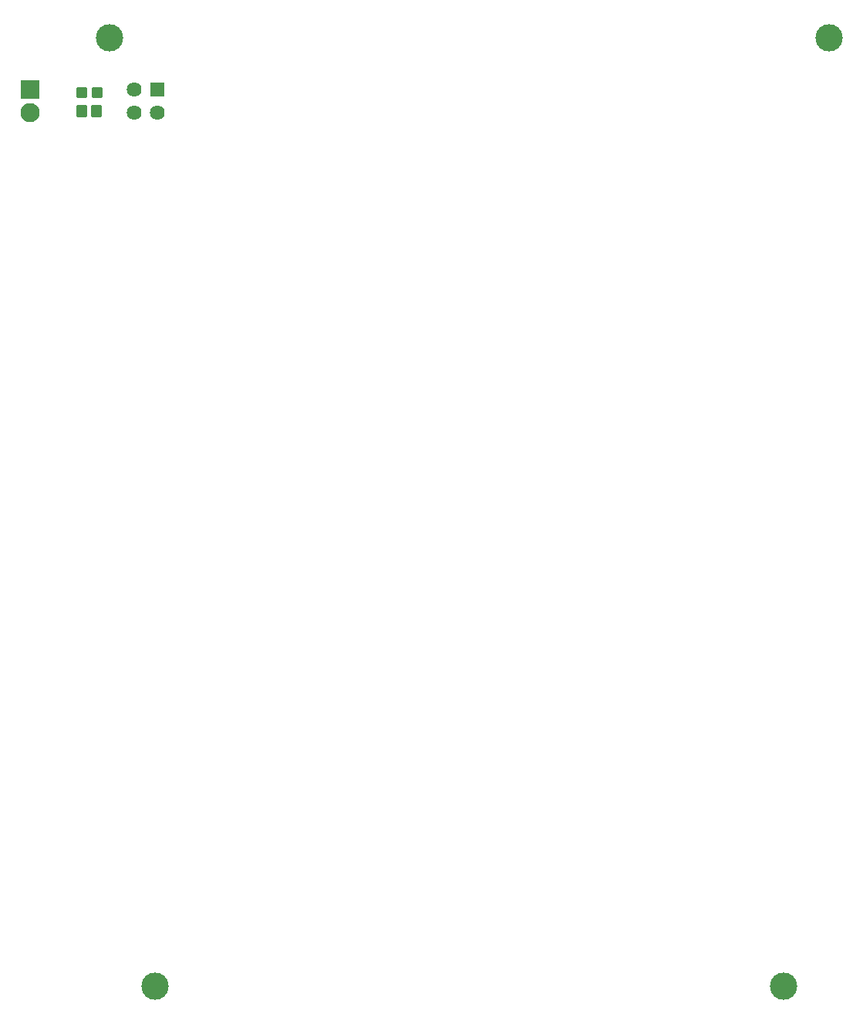
<source format=gts>
G04 Layer: TopSolderMaskLayer*
G04 EasyEDA v6.5.29, 2023-07-09 11:22:14*
G04 5cd97f88b86b4258a1a04743607231bc,5a6b42c53f6a479593ecc07194224c93,10*
G04 Gerber Generator version 0.2*
G04 Scale: 100 percent, Rotated: No, Reflected: No *
G04 Dimensions in millimeters *
G04 leading zeros omitted , absolute positions ,4 integer and 5 decimal *
%FSLAX45Y45*%
%MOMM*%

%AMMACRO1*1,1,$1,$2,$3*1,1,$1,$4,$5*1,1,$1,0-$2,0-$3*1,1,$1,0-$4,0-$5*20,1,$1,$2,$3,$4,$5,0*20,1,$1,$4,$5,0-$2,0-$3,0*20,1,$1,0-$2,0-$3,0-$4,0-$5,0*20,1,$1,0-$4,0-$5,$2,$3,0*4,1,4,$2,$3,$4,$5,0-$2,0-$3,0-$4,0-$5,$2,$3,0*%
%ADD10R,1.6256X1.6256*%
%ADD11C,1.6256*%
%ADD12MACRO1,0.1016X-1X1X-1X-1*%
%ADD13C,2.1016*%
%ADD14MACRO1,0.2032X0.5X-0.55X-0.5X-0.55*%
%ADD15MACRO1,0.2032X-0.45X-0.5X-0.45X0.5*%
%ADD16C,3.0000*%

%LPD*%
D10*
G01*
X1524000Y9652000D03*
D11*
G01*
X1270000Y9652000D03*
G01*
X1524000Y9398000D03*
G01*
X1270000Y9398000D03*
D12*
G01*
X127000Y9652000D03*
D13*
G01*
X127000Y9398000D03*
D14*
G01*
X694692Y9410700D03*
G01*
X854692Y9410700D03*
D15*
G01*
X689691Y9613892D03*
G01*
X859690Y9613892D03*
D16*
G01*
X999997Y10212678D03*
G01*
X8899974Y10212678D03*
G01*
X1499996Y-187268D03*
G01*
X8399975Y-187268D03*
M02*

</source>
